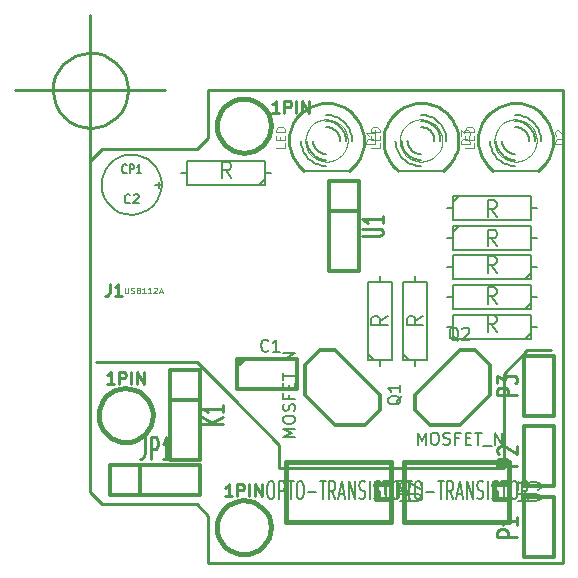
<source format=gto>
G04 (created by PCBNEW-RS274X (2011-nov-30)-testing) date Sun 23 Sep 2012 15:57:18 CEST*
%MOIN*%
G04 Gerber Fmt 3.4, Leading zero omitted, Abs format*
%FSLAX34Y34*%
G01*
G70*
G90*
G04 APERTURE LIST*
%ADD10C,0.006*%
%ADD11C,0.01*%
%ADD12C,0.012*%
%ADD13C,0.008*%
%ADD14C,0.003*%
%ADD15C,0.005*%
%ADD16C,0.015*%
%ADD17C,0.0099*%
%ADD18C,0.0049*%
%ADD19C,0.0106*%
%ADD20C,0.0107*%
%ADD21C,0.0035*%
%ADD22C,0.0075*%
G04 APERTURE END LIST*
G54D10*
G54D11*
X9449Y-14961D02*
X11023Y-16535D01*
X11024Y-17323D02*
X18504Y-17323D01*
X8268Y-13780D02*
X4921Y-13780D01*
X9449Y-14961D02*
X8268Y-13780D01*
X5974Y-4724D02*
X5950Y-4966D01*
X5879Y-5200D01*
X5765Y-5415D01*
X5610Y-5604D01*
X5422Y-5760D01*
X5208Y-5876D01*
X4975Y-5948D01*
X4732Y-5973D01*
X4490Y-5951D01*
X4256Y-5882D01*
X4040Y-5769D01*
X3850Y-5617D01*
X3693Y-5430D01*
X3576Y-5216D01*
X3502Y-4983D01*
X3475Y-4741D01*
X3495Y-4499D01*
X3562Y-4264D01*
X3674Y-4047D01*
X3825Y-3856D01*
X4011Y-3698D01*
X4224Y-3579D01*
X4456Y-3504D01*
X4698Y-3475D01*
X4941Y-3493D01*
X5176Y-3559D01*
X5393Y-3669D01*
X5586Y-3819D01*
X5745Y-4004D01*
X5865Y-4216D01*
X5942Y-4448D01*
X5973Y-4690D01*
X5974Y-4724D01*
X2224Y-4724D02*
X7224Y-4724D01*
X4724Y-2224D02*
X4724Y-7224D01*
X5974Y-4724D02*
X5950Y-4966D01*
X5879Y-5200D01*
X5765Y-5415D01*
X5610Y-5604D01*
X5422Y-5760D01*
X5208Y-5876D01*
X4975Y-5948D01*
X4732Y-5973D01*
X4490Y-5951D01*
X4256Y-5882D01*
X4040Y-5769D01*
X3850Y-5617D01*
X3693Y-5430D01*
X3576Y-5216D01*
X3502Y-4983D01*
X3475Y-4741D01*
X3495Y-4499D01*
X3562Y-4264D01*
X3674Y-4047D01*
X3825Y-3856D01*
X4011Y-3698D01*
X4224Y-3579D01*
X4456Y-3504D01*
X4698Y-3475D01*
X4941Y-3493D01*
X5176Y-3559D01*
X5393Y-3669D01*
X5586Y-3819D01*
X5745Y-4004D01*
X5865Y-4216D01*
X5942Y-4448D01*
X5973Y-4690D01*
X5974Y-4724D01*
X2224Y-4724D02*
X7224Y-4724D01*
X4724Y-2224D02*
X4724Y-7224D01*
X19291Y-13386D02*
X20079Y-13386D01*
X18504Y-14173D02*
X19291Y-13386D01*
X18504Y-17323D02*
X18504Y-14173D01*
X11023Y-16535D02*
X11023Y-17323D01*
X4724Y-18111D02*
X4724Y-7087D01*
X5118Y-18505D02*
X4724Y-18111D01*
X8268Y-18505D02*
X5118Y-18505D01*
X8661Y-18898D02*
X8268Y-18505D01*
X8661Y-20472D02*
X8661Y-18898D01*
X20472Y-20472D02*
X8661Y-20472D01*
X20472Y-4724D02*
X20472Y-20472D01*
X8661Y-4724D02*
X20472Y-4724D01*
X8661Y-6300D02*
X8661Y-4724D01*
X8268Y-6693D02*
X8661Y-6300D01*
X5118Y-6693D02*
X8268Y-6693D01*
X4724Y-7087D02*
X5118Y-6693D01*
G54D12*
X7374Y-14051D02*
X8374Y-14051D01*
X8374Y-14051D02*
X8374Y-17051D01*
X8374Y-17051D02*
X7374Y-17051D01*
X7374Y-17051D02*
X7374Y-14051D01*
X8374Y-15051D02*
X7374Y-15051D01*
X12689Y-7752D02*
X13689Y-7752D01*
X13689Y-7752D02*
X13689Y-10752D01*
X13689Y-10752D02*
X12689Y-10752D01*
X12689Y-10752D02*
X12689Y-7752D01*
X13689Y-8752D02*
X12689Y-8752D01*
X20185Y-15567D02*
X19185Y-15567D01*
X19185Y-15567D02*
X19185Y-13567D01*
X19185Y-13567D02*
X20185Y-13567D01*
X20185Y-13567D02*
X20185Y-15567D01*
X20185Y-17929D02*
X19185Y-17929D01*
X19185Y-17929D02*
X19185Y-15929D01*
X19185Y-15929D02*
X20185Y-15929D01*
X20185Y-15929D02*
X20185Y-17929D01*
X20185Y-20291D02*
X19185Y-20291D01*
X19185Y-20291D02*
X19185Y-18291D01*
X19185Y-18291D02*
X20185Y-18291D01*
X20185Y-18291D02*
X20185Y-20291D01*
G54D13*
X16610Y-8661D02*
X16810Y-8661D01*
X19610Y-8661D02*
X19410Y-8661D01*
X19410Y-8661D02*
X19410Y-8261D01*
X19410Y-8261D02*
X16810Y-8261D01*
X16810Y-8261D02*
X16810Y-9061D01*
X16810Y-9061D02*
X19410Y-9061D01*
X19410Y-9061D02*
X19410Y-8661D01*
X16810Y-8461D02*
X17010Y-8261D01*
X19610Y-12598D02*
X19410Y-12598D01*
X16610Y-12598D02*
X16810Y-12598D01*
X16810Y-12598D02*
X16810Y-12998D01*
X16810Y-12998D02*
X19410Y-12998D01*
X19410Y-12998D02*
X19410Y-12198D01*
X19410Y-12198D02*
X16810Y-12198D01*
X16810Y-12198D02*
X16810Y-12598D01*
X19410Y-12798D02*
X19210Y-12998D01*
X19610Y-11614D02*
X19410Y-11614D01*
X16610Y-11614D02*
X16810Y-11614D01*
X16810Y-11614D02*
X16810Y-12014D01*
X16810Y-12014D02*
X19410Y-12014D01*
X19410Y-12014D02*
X19410Y-11214D01*
X19410Y-11214D02*
X16810Y-11214D01*
X16810Y-11214D02*
X16810Y-11614D01*
X19410Y-11814D02*
X19210Y-12014D01*
X19610Y-10630D02*
X19410Y-10630D01*
X16610Y-10630D02*
X16810Y-10630D01*
X16810Y-10630D02*
X16810Y-11030D01*
X16810Y-11030D02*
X19410Y-11030D01*
X19410Y-11030D02*
X19410Y-10230D01*
X19410Y-10230D02*
X16810Y-10230D01*
X16810Y-10230D02*
X16810Y-10630D01*
X19410Y-10830D02*
X19210Y-11030D01*
X10752Y-7480D02*
X10552Y-7480D01*
X7752Y-7480D02*
X7952Y-7480D01*
X7952Y-7480D02*
X7952Y-7880D01*
X7952Y-7880D02*
X10552Y-7880D01*
X10552Y-7880D02*
X10552Y-7080D01*
X10552Y-7080D02*
X7952Y-7080D01*
X7952Y-7080D02*
X7952Y-7480D01*
X10552Y-7680D02*
X10352Y-7880D01*
X16610Y-9646D02*
X16810Y-9646D01*
X19610Y-9646D02*
X19410Y-9646D01*
X19410Y-9646D02*
X19410Y-9246D01*
X19410Y-9246D02*
X16810Y-9246D01*
X16810Y-9246D02*
X16810Y-10046D01*
X16810Y-10046D02*
X19410Y-10046D01*
X19410Y-10046D02*
X19410Y-9646D01*
X16810Y-9446D02*
X17010Y-9246D01*
X14370Y-13902D02*
X14370Y-13702D01*
X14370Y-10902D02*
X14370Y-11102D01*
X14370Y-11102D02*
X13970Y-11102D01*
X13970Y-11102D02*
X13970Y-13702D01*
X13970Y-13702D02*
X14770Y-13702D01*
X14770Y-13702D02*
X14770Y-11102D01*
X14770Y-11102D02*
X14370Y-11102D01*
X14170Y-13702D02*
X13970Y-13502D01*
X15551Y-13902D02*
X15551Y-13702D01*
X15551Y-10902D02*
X15551Y-11102D01*
X15551Y-11102D02*
X15151Y-11102D01*
X15151Y-11102D02*
X15151Y-13702D01*
X15151Y-13702D02*
X15951Y-13702D01*
X15951Y-13702D02*
X15951Y-11102D01*
X15951Y-11102D02*
X15551Y-11102D01*
X15351Y-13702D02*
X15151Y-13502D01*
X11848Y-7419D02*
X13348Y-7419D01*
G54D14*
X13305Y-6399D02*
X13291Y-6536D01*
X13251Y-6668D01*
X13186Y-6790D01*
X13099Y-6897D01*
X12993Y-6985D01*
X12871Y-7050D01*
X12740Y-7091D01*
X12602Y-7105D01*
X12466Y-7093D01*
X12334Y-7054D01*
X12211Y-6990D01*
X12104Y-6904D01*
X12015Y-6798D01*
X11949Y-6677D01*
X11907Y-6545D01*
X11892Y-6408D01*
X11903Y-6272D01*
X11941Y-6139D01*
X12004Y-6017D01*
X12090Y-5908D01*
X12195Y-5819D01*
X12315Y-5752D01*
X12447Y-5709D01*
X12584Y-5693D01*
X12720Y-5703D01*
X12853Y-5740D01*
X12976Y-5803D01*
X13085Y-5888D01*
X13175Y-5992D01*
X13243Y-6112D01*
X13287Y-6243D01*
X13304Y-6380D01*
X13305Y-6399D01*
G54D11*
X13348Y-7398D02*
X13432Y-7329D01*
X13510Y-7253D01*
X13581Y-7170D01*
X13645Y-7081D01*
X13700Y-6987D01*
X13747Y-6889D01*
X13786Y-6787D01*
X13815Y-6682D01*
X13835Y-6575D01*
X13846Y-6466D01*
X13847Y-6358D01*
X13838Y-6249D01*
X13821Y-6142D01*
X13794Y-6036D01*
X13757Y-5933D01*
X13712Y-5834D01*
X13659Y-5739D01*
X13597Y-5649D01*
X13528Y-5565D01*
X13452Y-5487D01*
X13369Y-5416D01*
X13280Y-5352D01*
X13186Y-5297D01*
X13088Y-5250D01*
X12986Y-5211D01*
X12881Y-5182D01*
X12774Y-5162D01*
X12665Y-5151D01*
X12557Y-5150D01*
X12448Y-5159D01*
X12341Y-5176D01*
X12235Y-5203D01*
X12132Y-5240D01*
X12033Y-5285D01*
X11938Y-5338D01*
X11848Y-5400D01*
X11764Y-5469D01*
X11686Y-5545D01*
X11615Y-5628D01*
X11551Y-5717D01*
X11496Y-5811D01*
X11449Y-5909D01*
X11410Y-6011D01*
X11381Y-6116D01*
X11361Y-6223D01*
X11350Y-6332D01*
X11349Y-6440D01*
X11358Y-6549D01*
X11375Y-6656D01*
X11402Y-6762D01*
X11439Y-6865D01*
X11484Y-6964D01*
X11537Y-7059D01*
X11599Y-7149D01*
X11668Y-7233D01*
X11744Y-7311D01*
X11827Y-7382D01*
X11848Y-7398D01*
G54D10*
X13048Y-6399D02*
X13046Y-6360D01*
X13041Y-6321D01*
X13032Y-6283D01*
X13020Y-6246D01*
X13005Y-6209D01*
X12987Y-6175D01*
X12966Y-6141D01*
X12942Y-6110D01*
X12916Y-6081D01*
X12887Y-6055D01*
X12856Y-6031D01*
X12823Y-6010D01*
X12788Y-5992D01*
X12751Y-5977D01*
X12714Y-5965D01*
X12676Y-5956D01*
X12637Y-5951D01*
X12598Y-5949D01*
X12148Y-6399D02*
X12150Y-6438D01*
X12155Y-6477D01*
X12164Y-6515D01*
X12176Y-6552D01*
X12191Y-6589D01*
X12209Y-6623D01*
X12230Y-6657D01*
X12254Y-6688D01*
X12280Y-6717D01*
X12309Y-6743D01*
X12340Y-6767D01*
X12374Y-6788D01*
X12408Y-6806D01*
X12445Y-6821D01*
X12482Y-6833D01*
X12520Y-6842D01*
X12559Y-6847D01*
X12598Y-6849D01*
X13248Y-6399D02*
X13245Y-6343D01*
X13238Y-6287D01*
X13225Y-6231D01*
X13208Y-6177D01*
X13187Y-6125D01*
X13160Y-6075D01*
X13130Y-6027D01*
X13095Y-5982D01*
X13057Y-5940D01*
X13015Y-5902D01*
X12970Y-5867D01*
X12923Y-5837D01*
X12872Y-5810D01*
X12820Y-5789D01*
X12766Y-5772D01*
X12710Y-5759D01*
X12654Y-5752D01*
X12598Y-5749D01*
X11948Y-6399D02*
X11951Y-6455D01*
X11958Y-6511D01*
X11971Y-6567D01*
X11988Y-6621D01*
X12009Y-6673D01*
X12036Y-6723D01*
X12066Y-6771D01*
X12101Y-6816D01*
X12139Y-6858D01*
X12181Y-6896D01*
X12226Y-6931D01*
X12274Y-6961D01*
X12324Y-6988D01*
X12376Y-7009D01*
X12430Y-7026D01*
X12486Y-7039D01*
X12542Y-7046D01*
X12598Y-7049D01*
X13448Y-6399D02*
X13444Y-6325D01*
X13435Y-6252D01*
X13419Y-6180D01*
X13396Y-6109D01*
X13368Y-6040D01*
X13334Y-5975D01*
X13294Y-5912D01*
X13249Y-5853D01*
X13199Y-5798D01*
X13144Y-5748D01*
X13085Y-5703D01*
X13023Y-5663D01*
X12957Y-5629D01*
X12888Y-5601D01*
X12817Y-5578D01*
X12745Y-5562D01*
X12672Y-5553D01*
X12598Y-5549D01*
X11748Y-6399D02*
X11752Y-6473D01*
X11761Y-6546D01*
X11777Y-6618D01*
X11800Y-6689D01*
X11828Y-6758D01*
X11862Y-6823D01*
X11902Y-6886D01*
X11947Y-6945D01*
X11997Y-7000D01*
X12052Y-7050D01*
X12111Y-7095D01*
X12174Y-7135D01*
X12239Y-7169D01*
X12308Y-7197D01*
X12379Y-7220D01*
X12451Y-7236D01*
X12524Y-7245D01*
X12598Y-7249D01*
G54D13*
X18148Y-7419D02*
X19648Y-7419D01*
G54D14*
X19605Y-6399D02*
X19591Y-6536D01*
X19551Y-6668D01*
X19486Y-6790D01*
X19399Y-6897D01*
X19293Y-6985D01*
X19171Y-7050D01*
X19040Y-7091D01*
X18902Y-7105D01*
X18766Y-7093D01*
X18634Y-7054D01*
X18511Y-6990D01*
X18404Y-6904D01*
X18315Y-6798D01*
X18249Y-6677D01*
X18207Y-6545D01*
X18192Y-6408D01*
X18203Y-6272D01*
X18241Y-6139D01*
X18304Y-6017D01*
X18390Y-5908D01*
X18495Y-5819D01*
X18615Y-5752D01*
X18747Y-5709D01*
X18884Y-5693D01*
X19020Y-5703D01*
X19153Y-5740D01*
X19276Y-5803D01*
X19385Y-5888D01*
X19475Y-5992D01*
X19543Y-6112D01*
X19587Y-6243D01*
X19604Y-6380D01*
X19605Y-6399D01*
G54D11*
X19648Y-7398D02*
X19732Y-7329D01*
X19810Y-7253D01*
X19881Y-7170D01*
X19945Y-7081D01*
X20000Y-6987D01*
X20047Y-6889D01*
X20086Y-6787D01*
X20115Y-6682D01*
X20135Y-6575D01*
X20146Y-6466D01*
X20147Y-6358D01*
X20138Y-6249D01*
X20121Y-6142D01*
X20094Y-6036D01*
X20057Y-5933D01*
X20012Y-5834D01*
X19959Y-5739D01*
X19897Y-5649D01*
X19828Y-5565D01*
X19752Y-5487D01*
X19669Y-5416D01*
X19580Y-5352D01*
X19486Y-5297D01*
X19388Y-5250D01*
X19286Y-5211D01*
X19181Y-5182D01*
X19074Y-5162D01*
X18965Y-5151D01*
X18857Y-5150D01*
X18748Y-5159D01*
X18641Y-5176D01*
X18535Y-5203D01*
X18432Y-5240D01*
X18333Y-5285D01*
X18238Y-5338D01*
X18148Y-5400D01*
X18064Y-5469D01*
X17986Y-5545D01*
X17915Y-5628D01*
X17851Y-5717D01*
X17796Y-5811D01*
X17749Y-5909D01*
X17710Y-6011D01*
X17681Y-6116D01*
X17661Y-6223D01*
X17650Y-6332D01*
X17649Y-6440D01*
X17658Y-6549D01*
X17675Y-6656D01*
X17702Y-6762D01*
X17739Y-6865D01*
X17784Y-6964D01*
X17837Y-7059D01*
X17899Y-7149D01*
X17968Y-7233D01*
X18044Y-7311D01*
X18127Y-7382D01*
X18148Y-7398D01*
G54D10*
X19348Y-6399D02*
X19346Y-6360D01*
X19341Y-6321D01*
X19332Y-6283D01*
X19320Y-6246D01*
X19305Y-6209D01*
X19287Y-6175D01*
X19266Y-6141D01*
X19242Y-6110D01*
X19216Y-6081D01*
X19187Y-6055D01*
X19156Y-6031D01*
X19123Y-6010D01*
X19088Y-5992D01*
X19051Y-5977D01*
X19014Y-5965D01*
X18976Y-5956D01*
X18937Y-5951D01*
X18898Y-5949D01*
X18448Y-6399D02*
X18450Y-6438D01*
X18455Y-6477D01*
X18464Y-6515D01*
X18476Y-6552D01*
X18491Y-6589D01*
X18509Y-6623D01*
X18530Y-6657D01*
X18554Y-6688D01*
X18580Y-6717D01*
X18609Y-6743D01*
X18640Y-6767D01*
X18674Y-6788D01*
X18708Y-6806D01*
X18745Y-6821D01*
X18782Y-6833D01*
X18820Y-6842D01*
X18859Y-6847D01*
X18898Y-6849D01*
X19548Y-6399D02*
X19545Y-6343D01*
X19538Y-6287D01*
X19525Y-6231D01*
X19508Y-6177D01*
X19487Y-6125D01*
X19460Y-6075D01*
X19430Y-6027D01*
X19395Y-5982D01*
X19357Y-5940D01*
X19315Y-5902D01*
X19270Y-5867D01*
X19223Y-5837D01*
X19172Y-5810D01*
X19120Y-5789D01*
X19066Y-5772D01*
X19010Y-5759D01*
X18954Y-5752D01*
X18898Y-5749D01*
X18248Y-6399D02*
X18251Y-6455D01*
X18258Y-6511D01*
X18271Y-6567D01*
X18288Y-6621D01*
X18309Y-6673D01*
X18336Y-6723D01*
X18366Y-6771D01*
X18401Y-6816D01*
X18439Y-6858D01*
X18481Y-6896D01*
X18526Y-6931D01*
X18574Y-6961D01*
X18624Y-6988D01*
X18676Y-7009D01*
X18730Y-7026D01*
X18786Y-7039D01*
X18842Y-7046D01*
X18898Y-7049D01*
X19748Y-6399D02*
X19744Y-6325D01*
X19735Y-6252D01*
X19719Y-6180D01*
X19696Y-6109D01*
X19668Y-6040D01*
X19634Y-5975D01*
X19594Y-5912D01*
X19549Y-5853D01*
X19499Y-5798D01*
X19444Y-5748D01*
X19385Y-5703D01*
X19323Y-5663D01*
X19257Y-5629D01*
X19188Y-5601D01*
X19117Y-5578D01*
X19045Y-5562D01*
X18972Y-5553D01*
X18898Y-5549D01*
X18048Y-6399D02*
X18052Y-6473D01*
X18061Y-6546D01*
X18077Y-6618D01*
X18100Y-6689D01*
X18128Y-6758D01*
X18162Y-6823D01*
X18202Y-6886D01*
X18247Y-6945D01*
X18297Y-7000D01*
X18352Y-7050D01*
X18411Y-7095D01*
X18474Y-7135D01*
X18539Y-7169D01*
X18608Y-7197D01*
X18679Y-7220D01*
X18751Y-7236D01*
X18824Y-7245D01*
X18898Y-7249D01*
G54D13*
X14998Y-7419D02*
X16498Y-7419D01*
G54D14*
X16455Y-6399D02*
X16441Y-6536D01*
X16401Y-6668D01*
X16336Y-6790D01*
X16249Y-6897D01*
X16143Y-6985D01*
X16021Y-7050D01*
X15890Y-7091D01*
X15752Y-7105D01*
X15616Y-7093D01*
X15484Y-7054D01*
X15361Y-6990D01*
X15254Y-6904D01*
X15165Y-6798D01*
X15099Y-6677D01*
X15057Y-6545D01*
X15042Y-6408D01*
X15053Y-6272D01*
X15091Y-6139D01*
X15154Y-6017D01*
X15240Y-5908D01*
X15345Y-5819D01*
X15465Y-5752D01*
X15597Y-5709D01*
X15734Y-5693D01*
X15870Y-5703D01*
X16003Y-5740D01*
X16126Y-5803D01*
X16235Y-5888D01*
X16325Y-5992D01*
X16393Y-6112D01*
X16437Y-6243D01*
X16454Y-6380D01*
X16455Y-6399D01*
G54D11*
X16498Y-7398D02*
X16582Y-7329D01*
X16660Y-7253D01*
X16731Y-7170D01*
X16795Y-7081D01*
X16850Y-6987D01*
X16897Y-6889D01*
X16936Y-6787D01*
X16965Y-6682D01*
X16985Y-6575D01*
X16996Y-6466D01*
X16997Y-6358D01*
X16988Y-6249D01*
X16971Y-6142D01*
X16944Y-6036D01*
X16907Y-5933D01*
X16862Y-5834D01*
X16809Y-5739D01*
X16747Y-5649D01*
X16678Y-5565D01*
X16602Y-5487D01*
X16519Y-5416D01*
X16430Y-5352D01*
X16336Y-5297D01*
X16238Y-5250D01*
X16136Y-5211D01*
X16031Y-5182D01*
X15924Y-5162D01*
X15815Y-5151D01*
X15707Y-5150D01*
X15598Y-5159D01*
X15491Y-5176D01*
X15385Y-5203D01*
X15282Y-5240D01*
X15183Y-5285D01*
X15088Y-5338D01*
X14998Y-5400D01*
X14914Y-5469D01*
X14836Y-5545D01*
X14765Y-5628D01*
X14701Y-5717D01*
X14646Y-5811D01*
X14599Y-5909D01*
X14560Y-6011D01*
X14531Y-6116D01*
X14511Y-6223D01*
X14500Y-6332D01*
X14499Y-6440D01*
X14508Y-6549D01*
X14525Y-6656D01*
X14552Y-6762D01*
X14589Y-6865D01*
X14634Y-6964D01*
X14687Y-7059D01*
X14749Y-7149D01*
X14818Y-7233D01*
X14894Y-7311D01*
X14977Y-7382D01*
X14998Y-7398D01*
G54D10*
X16198Y-6399D02*
X16196Y-6360D01*
X16191Y-6321D01*
X16182Y-6283D01*
X16170Y-6246D01*
X16155Y-6209D01*
X16137Y-6175D01*
X16116Y-6141D01*
X16092Y-6110D01*
X16066Y-6081D01*
X16037Y-6055D01*
X16006Y-6031D01*
X15973Y-6010D01*
X15938Y-5992D01*
X15901Y-5977D01*
X15864Y-5965D01*
X15826Y-5956D01*
X15787Y-5951D01*
X15748Y-5949D01*
X15298Y-6399D02*
X15300Y-6438D01*
X15305Y-6477D01*
X15314Y-6515D01*
X15326Y-6552D01*
X15341Y-6589D01*
X15359Y-6623D01*
X15380Y-6657D01*
X15404Y-6688D01*
X15430Y-6717D01*
X15459Y-6743D01*
X15490Y-6767D01*
X15524Y-6788D01*
X15558Y-6806D01*
X15595Y-6821D01*
X15632Y-6833D01*
X15670Y-6842D01*
X15709Y-6847D01*
X15748Y-6849D01*
X16398Y-6399D02*
X16395Y-6343D01*
X16388Y-6287D01*
X16375Y-6231D01*
X16358Y-6177D01*
X16337Y-6125D01*
X16310Y-6075D01*
X16280Y-6027D01*
X16245Y-5982D01*
X16207Y-5940D01*
X16165Y-5902D01*
X16120Y-5867D01*
X16073Y-5837D01*
X16022Y-5810D01*
X15970Y-5789D01*
X15916Y-5772D01*
X15860Y-5759D01*
X15804Y-5752D01*
X15748Y-5749D01*
X15098Y-6399D02*
X15101Y-6455D01*
X15108Y-6511D01*
X15121Y-6567D01*
X15138Y-6621D01*
X15159Y-6673D01*
X15186Y-6723D01*
X15216Y-6771D01*
X15251Y-6816D01*
X15289Y-6858D01*
X15331Y-6896D01*
X15376Y-6931D01*
X15424Y-6961D01*
X15474Y-6988D01*
X15526Y-7009D01*
X15580Y-7026D01*
X15636Y-7039D01*
X15692Y-7046D01*
X15748Y-7049D01*
X16598Y-6399D02*
X16594Y-6325D01*
X16585Y-6252D01*
X16569Y-6180D01*
X16546Y-6109D01*
X16518Y-6040D01*
X16484Y-5975D01*
X16444Y-5912D01*
X16399Y-5853D01*
X16349Y-5798D01*
X16294Y-5748D01*
X16235Y-5703D01*
X16173Y-5663D01*
X16107Y-5629D01*
X16038Y-5601D01*
X15967Y-5578D01*
X15895Y-5562D01*
X15822Y-5553D01*
X15748Y-5549D01*
X14898Y-6399D02*
X14902Y-6473D01*
X14911Y-6546D01*
X14927Y-6618D01*
X14950Y-6689D01*
X14978Y-6758D01*
X15012Y-6823D01*
X15052Y-6886D01*
X15097Y-6945D01*
X15147Y-7000D01*
X15202Y-7050D01*
X15261Y-7095D01*
X15324Y-7135D01*
X15389Y-7169D01*
X15458Y-7197D01*
X15529Y-7220D01*
X15601Y-7236D01*
X15674Y-7245D01*
X15748Y-7249D01*
G54D15*
X7103Y-7874D02*
X7083Y-8068D01*
X7027Y-8255D01*
X6935Y-8427D01*
X6812Y-8579D01*
X6661Y-8703D01*
X6489Y-8796D01*
X6303Y-8854D01*
X6108Y-8874D01*
X5915Y-8857D01*
X5728Y-8802D01*
X5554Y-8711D01*
X5402Y-8589D01*
X5277Y-8439D01*
X5182Y-8268D01*
X5123Y-8082D01*
X5102Y-7887D01*
X5118Y-7694D01*
X5172Y-7506D01*
X5261Y-7332D01*
X5382Y-7179D01*
X5531Y-7053D01*
X5702Y-6957D01*
X5888Y-6897D01*
X6082Y-6874D01*
X6275Y-6889D01*
X6463Y-6941D01*
X6638Y-7029D01*
X6792Y-7150D01*
X6919Y-7297D01*
X7016Y-7467D01*
X7078Y-7653D01*
X7102Y-7847D01*
X7103Y-7874D01*
G54D12*
X9650Y-13673D02*
X11630Y-13673D01*
X11630Y-13673D02*
X11630Y-14673D01*
X11630Y-14673D02*
X9630Y-14673D01*
X9630Y-14673D02*
X9630Y-13673D01*
X9630Y-13923D02*
X9880Y-13673D01*
X14386Y-14870D02*
X12886Y-13370D01*
X12886Y-13370D02*
X12386Y-13370D01*
X12386Y-13370D02*
X11886Y-13870D01*
X11886Y-13870D02*
X11886Y-14870D01*
X11886Y-14870D02*
X12886Y-15870D01*
X12886Y-15870D02*
X13886Y-15870D01*
X13886Y-15870D02*
X14386Y-15370D01*
X14386Y-15370D02*
X14386Y-14870D01*
X17035Y-13370D02*
X15535Y-14870D01*
X15535Y-14870D02*
X15535Y-15370D01*
X15535Y-15370D02*
X16035Y-15870D01*
X16035Y-15870D02*
X17035Y-15870D01*
X17035Y-15870D02*
X18035Y-14870D01*
X18035Y-14870D02*
X18035Y-13870D01*
X18035Y-13870D02*
X17535Y-13370D01*
X17535Y-13370D02*
X17035Y-13370D01*
G54D16*
X10743Y-19291D02*
X10725Y-19465D01*
X10675Y-19633D01*
X10592Y-19789D01*
X10481Y-19925D01*
X10346Y-20037D01*
X10191Y-20120D01*
X10023Y-20172D01*
X9849Y-20190D01*
X9675Y-20175D01*
X9506Y-20125D01*
X9351Y-20044D01*
X9214Y-19934D01*
X9101Y-19799D01*
X9016Y-19645D01*
X8963Y-19478D01*
X8944Y-19303D01*
X8958Y-19129D01*
X9007Y-18960D01*
X9087Y-18804D01*
X9196Y-18666D01*
X9330Y-18552D01*
X9483Y-18467D01*
X9650Y-18412D01*
X9825Y-18392D01*
X9999Y-18405D01*
X10168Y-18452D01*
X10325Y-18532D01*
X10463Y-18640D01*
X10578Y-18773D01*
X10665Y-18925D01*
X10720Y-19092D01*
X10742Y-19266D01*
X10743Y-19291D01*
X10743Y-5906D02*
X10725Y-6080D01*
X10675Y-6248D01*
X10592Y-6404D01*
X10481Y-6540D01*
X10346Y-6652D01*
X10191Y-6735D01*
X10023Y-6787D01*
X9849Y-6805D01*
X9675Y-6790D01*
X9506Y-6740D01*
X9351Y-6659D01*
X9214Y-6549D01*
X9101Y-6414D01*
X9016Y-6260D01*
X8963Y-6093D01*
X8944Y-5918D01*
X8958Y-5744D01*
X9007Y-5575D01*
X9087Y-5419D01*
X9196Y-5281D01*
X9330Y-5167D01*
X9483Y-5082D01*
X9650Y-5027D01*
X9825Y-5007D01*
X9999Y-5020D01*
X10168Y-5067D01*
X10325Y-5147D01*
X10463Y-5255D01*
X10578Y-5388D01*
X10665Y-5540D01*
X10720Y-5707D01*
X10742Y-5881D01*
X10743Y-5906D01*
X6806Y-15551D02*
X6788Y-15725D01*
X6738Y-15893D01*
X6655Y-16049D01*
X6544Y-16185D01*
X6409Y-16297D01*
X6254Y-16380D01*
X6086Y-16432D01*
X5912Y-16450D01*
X5738Y-16435D01*
X5569Y-16385D01*
X5414Y-16304D01*
X5277Y-16194D01*
X5164Y-16059D01*
X5079Y-15905D01*
X5026Y-15738D01*
X5007Y-15563D01*
X5021Y-15389D01*
X5070Y-15220D01*
X5150Y-15064D01*
X5259Y-14926D01*
X5393Y-14812D01*
X5546Y-14727D01*
X5713Y-14672D01*
X5888Y-14652D01*
X6062Y-14665D01*
X6231Y-14712D01*
X6388Y-14792D01*
X6526Y-14900D01*
X6641Y-15033D01*
X6728Y-15185D01*
X6783Y-15352D01*
X6805Y-15526D01*
X6806Y-15551D01*
G54D12*
X5390Y-18217D02*
X5390Y-17217D01*
X5390Y-17217D02*
X8390Y-17217D01*
X8390Y-17217D02*
X8390Y-18217D01*
X8390Y-18217D02*
X5390Y-18217D01*
X6390Y-17217D02*
X6390Y-18217D01*
G54D16*
X14742Y-19110D02*
X11242Y-19110D01*
X11242Y-19110D02*
X11242Y-17110D01*
X11242Y-17110D02*
X14742Y-17110D01*
X14742Y-17110D02*
X14742Y-19110D01*
X14742Y-18360D02*
X14242Y-18360D01*
X14242Y-18360D02*
X14242Y-17860D01*
X14242Y-17860D02*
X14742Y-17860D01*
X18679Y-19110D02*
X15179Y-19110D01*
X15179Y-19110D02*
X15179Y-17110D01*
X15179Y-17110D02*
X18679Y-17110D01*
X18679Y-17110D02*
X18679Y-19110D01*
X18679Y-18360D02*
X18179Y-18360D01*
X18179Y-18360D02*
X18179Y-17860D01*
X18179Y-17860D02*
X18679Y-17860D01*
G54D17*
X5381Y-11182D02*
X5381Y-11464D01*
X5363Y-11520D01*
X5325Y-11558D01*
X5269Y-11576D01*
X5231Y-11576D01*
X5775Y-11576D02*
X5550Y-11576D01*
X5663Y-11576D02*
X5663Y-11182D01*
X5625Y-11239D01*
X5588Y-11276D01*
X5550Y-11295D01*
G54D18*
X5885Y-11300D02*
X5885Y-11459D01*
X5894Y-11478D01*
X5903Y-11487D01*
X5922Y-11496D01*
X5959Y-11496D01*
X5978Y-11487D01*
X5987Y-11478D01*
X5997Y-11459D01*
X5997Y-11300D01*
X6080Y-11487D02*
X6108Y-11496D01*
X6155Y-11496D01*
X6174Y-11487D01*
X6183Y-11478D01*
X6192Y-11459D01*
X6192Y-11440D01*
X6183Y-11422D01*
X6174Y-11412D01*
X6155Y-11403D01*
X6118Y-11394D01*
X6099Y-11384D01*
X6090Y-11375D01*
X6080Y-11356D01*
X6080Y-11338D01*
X6090Y-11319D01*
X6099Y-11310D01*
X6118Y-11300D01*
X6164Y-11300D01*
X6192Y-11310D01*
X6342Y-11394D02*
X6370Y-11403D01*
X6379Y-11412D01*
X6389Y-11431D01*
X6389Y-11459D01*
X6379Y-11478D01*
X6370Y-11487D01*
X6351Y-11496D01*
X6277Y-11496D01*
X6277Y-11300D01*
X6342Y-11300D01*
X6361Y-11310D01*
X6370Y-11319D01*
X6379Y-11338D01*
X6379Y-11356D01*
X6370Y-11375D01*
X6361Y-11384D01*
X6342Y-11394D01*
X6277Y-11394D01*
X6575Y-11496D02*
X6463Y-11496D01*
X6519Y-11496D02*
X6519Y-11300D01*
X6501Y-11328D01*
X6482Y-11347D01*
X6463Y-11356D01*
X6762Y-11496D02*
X6650Y-11496D01*
X6706Y-11496D02*
X6706Y-11300D01*
X6688Y-11328D01*
X6669Y-11347D01*
X6650Y-11356D01*
X6837Y-11319D02*
X6847Y-11310D01*
X6865Y-11300D01*
X6912Y-11300D01*
X6931Y-11310D01*
X6940Y-11319D01*
X6949Y-11338D01*
X6949Y-11356D01*
X6940Y-11384D01*
X6828Y-11496D01*
X6949Y-11496D01*
X7024Y-11440D02*
X7118Y-11440D01*
X7006Y-11496D02*
X7071Y-11300D01*
X7136Y-11496D01*
G54D19*
X9159Y-15864D02*
X8454Y-15864D01*
X9159Y-15622D02*
X8756Y-15803D01*
X8454Y-15622D02*
X8857Y-15864D01*
X9159Y-15218D02*
X9159Y-15460D01*
X9159Y-15339D02*
X8454Y-15339D01*
X8555Y-15379D01*
X8622Y-15420D01*
X8655Y-15460D01*
X13769Y-9575D02*
X14340Y-9575D01*
X14407Y-9555D01*
X14440Y-9535D01*
X14474Y-9494D01*
X14474Y-9414D01*
X14440Y-9373D01*
X14407Y-9353D01*
X14340Y-9333D01*
X13769Y-9333D01*
X14474Y-8909D02*
X14474Y-9151D01*
X14474Y-9030D02*
X13769Y-9030D01*
X13870Y-9070D01*
X13937Y-9111D01*
X13970Y-9151D01*
G54D20*
X18960Y-14883D02*
X18279Y-14883D01*
X18279Y-14720D01*
X18312Y-14679D01*
X18344Y-14659D01*
X18409Y-14639D01*
X18506Y-14639D01*
X18571Y-14659D01*
X18603Y-14679D01*
X18636Y-14720D01*
X18636Y-14883D01*
X18279Y-14496D02*
X18279Y-14231D01*
X18539Y-14374D01*
X18539Y-14312D01*
X18571Y-14272D01*
X18603Y-14251D01*
X18668Y-14231D01*
X18830Y-14231D01*
X18895Y-14251D01*
X18928Y-14272D01*
X18960Y-14312D01*
X18960Y-14435D01*
X18928Y-14475D01*
X18895Y-14496D01*
X18960Y-17245D02*
X18279Y-17245D01*
X18279Y-17082D01*
X18312Y-17041D01*
X18344Y-17021D01*
X18409Y-17001D01*
X18506Y-17001D01*
X18571Y-17021D01*
X18603Y-17041D01*
X18636Y-17082D01*
X18636Y-17245D01*
X18344Y-16837D02*
X18312Y-16817D01*
X18279Y-16776D01*
X18279Y-16674D01*
X18312Y-16634D01*
X18344Y-16613D01*
X18409Y-16593D01*
X18474Y-16593D01*
X18571Y-16613D01*
X18960Y-16858D01*
X18960Y-16593D01*
X18960Y-19607D02*
X18279Y-19607D01*
X18279Y-19444D01*
X18312Y-19403D01*
X18344Y-19383D01*
X18409Y-19363D01*
X18506Y-19363D01*
X18571Y-19383D01*
X18603Y-19403D01*
X18636Y-19444D01*
X18636Y-19607D01*
X18960Y-18955D02*
X18960Y-19199D01*
X18960Y-19077D02*
X18279Y-19077D01*
X18376Y-19118D01*
X18441Y-19159D01*
X18474Y-19199D01*
G54D13*
X18265Y-8934D02*
X18098Y-8672D01*
X17979Y-8934D02*
X17979Y-8384D01*
X18170Y-8384D01*
X18217Y-8410D01*
X18241Y-8436D01*
X18265Y-8488D01*
X18265Y-8567D01*
X18241Y-8619D01*
X18217Y-8646D01*
X18170Y-8672D01*
X17979Y-8672D01*
X18265Y-12771D02*
X18098Y-12509D01*
X17979Y-12771D02*
X17979Y-12221D01*
X18170Y-12221D01*
X18217Y-12247D01*
X18241Y-12273D01*
X18265Y-12325D01*
X18265Y-12404D01*
X18241Y-12456D01*
X18217Y-12483D01*
X18170Y-12509D01*
X17979Y-12509D01*
X18265Y-11837D02*
X18098Y-11575D01*
X17979Y-11837D02*
X17979Y-11287D01*
X18170Y-11287D01*
X18217Y-11313D01*
X18241Y-11339D01*
X18265Y-11391D01*
X18265Y-11470D01*
X18241Y-11522D01*
X18217Y-11549D01*
X18170Y-11575D01*
X17979Y-11575D01*
X18265Y-10803D02*
X18098Y-10541D01*
X17979Y-10803D02*
X17979Y-10253D01*
X18170Y-10253D01*
X18217Y-10279D01*
X18241Y-10305D01*
X18265Y-10357D01*
X18265Y-10436D01*
X18241Y-10488D01*
X18217Y-10515D01*
X18170Y-10541D01*
X17979Y-10541D01*
X9407Y-7653D02*
X9240Y-7391D01*
X9121Y-7653D02*
X9121Y-7103D01*
X9312Y-7103D01*
X9359Y-7129D01*
X9383Y-7155D01*
X9407Y-7207D01*
X9407Y-7286D01*
X9383Y-7338D01*
X9359Y-7365D01*
X9312Y-7391D01*
X9121Y-7391D01*
X18265Y-9919D02*
X18098Y-9657D01*
X17979Y-9919D02*
X17979Y-9369D01*
X18170Y-9369D01*
X18217Y-9395D01*
X18241Y-9421D01*
X18265Y-9473D01*
X18265Y-9552D01*
X18241Y-9604D01*
X18217Y-9631D01*
X18170Y-9657D01*
X17979Y-9657D01*
X14643Y-12247D02*
X14381Y-12414D01*
X14643Y-12533D02*
X14093Y-12533D01*
X14093Y-12342D01*
X14119Y-12295D01*
X14145Y-12271D01*
X14197Y-12247D01*
X14276Y-12247D01*
X14328Y-12271D01*
X14355Y-12295D01*
X14381Y-12342D01*
X14381Y-12533D01*
X15824Y-12247D02*
X15562Y-12414D01*
X15824Y-12533D02*
X15274Y-12533D01*
X15274Y-12342D01*
X15300Y-12295D01*
X15326Y-12271D01*
X15378Y-12247D01*
X15457Y-12247D01*
X15509Y-12271D01*
X15536Y-12295D01*
X15562Y-12342D01*
X15562Y-12533D01*
G54D21*
X14219Y-6521D02*
X13919Y-6521D01*
X13919Y-6449D01*
X13934Y-6406D01*
X13962Y-6378D01*
X13991Y-6363D01*
X14048Y-6349D01*
X14091Y-6349D01*
X14148Y-6363D01*
X14177Y-6378D01*
X14205Y-6406D01*
X14219Y-6449D01*
X14219Y-6521D01*
X14219Y-6063D02*
X14219Y-6235D01*
X14219Y-6149D02*
X13919Y-6149D01*
X13962Y-6178D01*
X13991Y-6206D01*
X14005Y-6235D01*
X11219Y-6492D02*
X11219Y-6635D01*
X10919Y-6635D01*
X11062Y-6392D02*
X11062Y-6292D01*
X11219Y-6249D02*
X11219Y-6392D01*
X10919Y-6392D01*
X10919Y-6249D01*
X11219Y-6121D02*
X10919Y-6121D01*
X10919Y-6049D01*
X10934Y-6006D01*
X10962Y-5978D01*
X10991Y-5963D01*
X11048Y-5949D01*
X11091Y-5949D01*
X11148Y-5963D01*
X11177Y-5978D01*
X11205Y-6006D01*
X11219Y-6049D01*
X11219Y-6121D01*
X20519Y-6521D02*
X20219Y-6521D01*
X20219Y-6449D01*
X20234Y-6406D01*
X20262Y-6378D01*
X20291Y-6363D01*
X20348Y-6349D01*
X20391Y-6349D01*
X20448Y-6363D01*
X20477Y-6378D01*
X20505Y-6406D01*
X20519Y-6449D01*
X20519Y-6521D01*
X20248Y-6235D02*
X20234Y-6221D01*
X20219Y-6192D01*
X20219Y-6121D01*
X20234Y-6092D01*
X20248Y-6078D01*
X20277Y-6063D01*
X20305Y-6063D01*
X20348Y-6078D01*
X20519Y-6249D01*
X20519Y-6063D01*
X17519Y-6492D02*
X17519Y-6635D01*
X17219Y-6635D01*
X17362Y-6392D02*
X17362Y-6292D01*
X17519Y-6249D02*
X17519Y-6392D01*
X17219Y-6392D01*
X17219Y-6249D01*
X17519Y-6121D02*
X17219Y-6121D01*
X17219Y-6049D01*
X17234Y-6006D01*
X17262Y-5978D01*
X17291Y-5963D01*
X17348Y-5949D01*
X17391Y-5949D01*
X17448Y-5963D01*
X17477Y-5978D01*
X17505Y-6006D01*
X17519Y-6049D01*
X17519Y-6121D01*
X17369Y-6521D02*
X17069Y-6521D01*
X17069Y-6449D01*
X17084Y-6406D01*
X17112Y-6378D01*
X17141Y-6363D01*
X17198Y-6349D01*
X17241Y-6349D01*
X17298Y-6363D01*
X17327Y-6378D01*
X17355Y-6406D01*
X17369Y-6449D01*
X17369Y-6521D01*
X17069Y-6249D02*
X17069Y-6063D01*
X17184Y-6163D01*
X17184Y-6121D01*
X17198Y-6092D01*
X17212Y-6078D01*
X17241Y-6063D01*
X17312Y-6063D01*
X17341Y-6078D01*
X17355Y-6092D01*
X17369Y-6121D01*
X17369Y-6206D01*
X17355Y-6235D01*
X17341Y-6249D01*
X14369Y-6492D02*
X14369Y-6635D01*
X14069Y-6635D01*
X14212Y-6392D02*
X14212Y-6292D01*
X14369Y-6249D02*
X14369Y-6392D01*
X14069Y-6392D01*
X14069Y-6249D01*
X14369Y-6121D02*
X14069Y-6121D01*
X14069Y-6049D01*
X14084Y-6006D01*
X14112Y-5978D01*
X14141Y-5963D01*
X14198Y-5949D01*
X14241Y-5949D01*
X14298Y-5963D01*
X14327Y-5978D01*
X14355Y-6006D01*
X14369Y-6049D01*
X14369Y-6121D01*
G54D15*
X6052Y-8466D02*
X6038Y-8480D01*
X5995Y-8494D01*
X5966Y-8494D01*
X5923Y-8480D01*
X5895Y-8452D01*
X5880Y-8423D01*
X5866Y-8366D01*
X5866Y-8323D01*
X5880Y-8266D01*
X5895Y-8237D01*
X5923Y-8209D01*
X5966Y-8194D01*
X5995Y-8194D01*
X6038Y-8209D01*
X6052Y-8223D01*
X6166Y-8223D02*
X6180Y-8209D01*
X6209Y-8194D01*
X6280Y-8194D01*
X6309Y-8209D01*
X6323Y-8223D01*
X6338Y-8252D01*
X6338Y-8280D01*
X6323Y-8323D01*
X6152Y-8494D01*
X6338Y-8494D01*
X5935Y-7467D02*
X5923Y-7481D01*
X5888Y-7495D01*
X5864Y-7495D01*
X5828Y-7481D01*
X5804Y-7453D01*
X5793Y-7424D01*
X5781Y-7367D01*
X5781Y-7324D01*
X5793Y-7267D01*
X5804Y-7238D01*
X5828Y-7210D01*
X5864Y-7195D01*
X5888Y-7195D01*
X5923Y-7210D01*
X5935Y-7224D01*
X6043Y-7495D02*
X6043Y-7195D01*
X6138Y-7195D01*
X6162Y-7210D01*
X6173Y-7224D01*
X6185Y-7253D01*
X6185Y-7295D01*
X6173Y-7324D01*
X6162Y-7338D01*
X6138Y-7353D01*
X6043Y-7353D01*
X6423Y-7495D02*
X6281Y-7495D01*
X6352Y-7495D02*
X6352Y-7195D01*
X6328Y-7238D01*
X6304Y-7267D01*
X6281Y-7281D01*
G54D22*
X6888Y-7881D02*
X7117Y-7881D01*
X7003Y-7995D02*
X7003Y-7767D01*
G54D13*
X10664Y-13397D02*
X10645Y-13416D01*
X10588Y-13435D01*
X10550Y-13435D01*
X10492Y-13416D01*
X10454Y-13378D01*
X10435Y-13340D01*
X10416Y-13263D01*
X10416Y-13206D01*
X10435Y-13130D01*
X10454Y-13092D01*
X10492Y-13054D01*
X10550Y-13035D01*
X10588Y-13035D01*
X10645Y-13054D01*
X10664Y-13073D01*
X11045Y-13435D02*
X10816Y-13435D01*
X10930Y-13435D02*
X10930Y-13035D01*
X10892Y-13092D01*
X10854Y-13130D01*
X10816Y-13149D01*
X15086Y-14908D02*
X15067Y-14946D01*
X15029Y-14984D01*
X14972Y-15041D01*
X14953Y-15080D01*
X14953Y-15118D01*
X15048Y-15099D02*
X15029Y-15137D01*
X14991Y-15175D01*
X14915Y-15194D01*
X14781Y-15194D01*
X14705Y-15175D01*
X14667Y-15137D01*
X14648Y-15099D01*
X14648Y-15022D01*
X14667Y-14984D01*
X14705Y-14946D01*
X14781Y-14927D01*
X14915Y-14927D01*
X14991Y-14946D01*
X15029Y-14984D01*
X15048Y-15022D01*
X15048Y-15099D01*
X15048Y-14546D02*
X15048Y-14775D01*
X15048Y-14661D02*
X14648Y-14661D01*
X14705Y-14699D01*
X14743Y-14737D01*
X14762Y-14775D01*
X11548Y-16270D02*
X11148Y-16270D01*
X11434Y-16136D01*
X11148Y-16003D01*
X11548Y-16003D01*
X11148Y-15737D02*
X11148Y-15660D01*
X11167Y-15622D01*
X11205Y-15584D01*
X11281Y-15565D01*
X11415Y-15565D01*
X11491Y-15584D01*
X11529Y-15622D01*
X11548Y-15660D01*
X11548Y-15737D01*
X11529Y-15775D01*
X11491Y-15813D01*
X11415Y-15832D01*
X11281Y-15832D01*
X11205Y-15813D01*
X11167Y-15775D01*
X11148Y-15737D01*
X11529Y-15413D02*
X11548Y-15356D01*
X11548Y-15260D01*
X11529Y-15222D01*
X11510Y-15203D01*
X11472Y-15184D01*
X11434Y-15184D01*
X11396Y-15203D01*
X11376Y-15222D01*
X11357Y-15260D01*
X11338Y-15337D01*
X11319Y-15375D01*
X11300Y-15394D01*
X11262Y-15413D01*
X11224Y-15413D01*
X11186Y-15394D01*
X11167Y-15375D01*
X11148Y-15337D01*
X11148Y-15241D01*
X11167Y-15184D01*
X11338Y-14879D02*
X11338Y-15013D01*
X11548Y-15013D02*
X11148Y-15013D01*
X11148Y-14822D01*
X11338Y-14670D02*
X11338Y-14536D01*
X11548Y-14479D02*
X11548Y-14670D01*
X11148Y-14670D01*
X11148Y-14479D01*
X11148Y-14365D02*
X11148Y-14136D01*
X11548Y-14251D02*
X11148Y-14251D01*
X11586Y-14098D02*
X11586Y-13793D01*
X11548Y-13698D02*
X11148Y-13698D01*
X11548Y-13469D01*
X11148Y-13469D01*
X16997Y-13070D02*
X16959Y-13051D01*
X16921Y-13013D01*
X16864Y-12956D01*
X16825Y-12937D01*
X16787Y-12937D01*
X16806Y-13032D02*
X16768Y-13013D01*
X16730Y-12975D01*
X16711Y-12899D01*
X16711Y-12765D01*
X16730Y-12689D01*
X16768Y-12651D01*
X16806Y-12632D01*
X16883Y-12632D01*
X16921Y-12651D01*
X16959Y-12689D01*
X16978Y-12765D01*
X16978Y-12899D01*
X16959Y-12975D01*
X16921Y-13013D01*
X16883Y-13032D01*
X16806Y-13032D01*
X17130Y-12670D02*
X17149Y-12651D01*
X17187Y-12632D01*
X17283Y-12632D01*
X17321Y-12651D01*
X17340Y-12670D01*
X17359Y-12708D01*
X17359Y-12746D01*
X17340Y-12803D01*
X17111Y-13032D01*
X17359Y-13032D01*
X15635Y-16532D02*
X15635Y-16132D01*
X15769Y-16418D01*
X15902Y-16132D01*
X15902Y-16532D01*
X16168Y-16132D02*
X16245Y-16132D01*
X16283Y-16151D01*
X16321Y-16189D01*
X16340Y-16265D01*
X16340Y-16399D01*
X16321Y-16475D01*
X16283Y-16513D01*
X16245Y-16532D01*
X16168Y-16532D01*
X16130Y-16513D01*
X16092Y-16475D01*
X16073Y-16399D01*
X16073Y-16265D01*
X16092Y-16189D01*
X16130Y-16151D01*
X16168Y-16132D01*
X16492Y-16513D02*
X16549Y-16532D01*
X16645Y-16532D01*
X16683Y-16513D01*
X16702Y-16494D01*
X16721Y-16456D01*
X16721Y-16418D01*
X16702Y-16380D01*
X16683Y-16360D01*
X16645Y-16341D01*
X16568Y-16322D01*
X16530Y-16303D01*
X16511Y-16284D01*
X16492Y-16246D01*
X16492Y-16208D01*
X16511Y-16170D01*
X16530Y-16151D01*
X16568Y-16132D01*
X16664Y-16132D01*
X16721Y-16151D01*
X17026Y-16322D02*
X16892Y-16322D01*
X16892Y-16532D02*
X16892Y-16132D01*
X17083Y-16132D01*
X17235Y-16322D02*
X17369Y-16322D01*
X17426Y-16532D02*
X17235Y-16532D01*
X17235Y-16132D01*
X17426Y-16132D01*
X17540Y-16132D02*
X17769Y-16132D01*
X17654Y-16532D02*
X17654Y-16132D01*
X17807Y-16570D02*
X18112Y-16570D01*
X18207Y-16532D02*
X18207Y-16132D01*
X18436Y-16532D01*
X18436Y-16132D01*
G54D11*
X9453Y-18253D02*
X9224Y-18253D01*
X9338Y-18253D02*
X9338Y-17853D01*
X9300Y-17910D01*
X9262Y-17948D01*
X9224Y-17967D01*
X9624Y-18253D02*
X9624Y-17853D01*
X9777Y-17853D01*
X9815Y-17872D01*
X9834Y-17891D01*
X9853Y-17929D01*
X9853Y-17986D01*
X9834Y-18024D01*
X9815Y-18043D01*
X9777Y-18062D01*
X9624Y-18062D01*
X10024Y-18253D02*
X10024Y-17853D01*
X10214Y-18253D02*
X10214Y-17853D01*
X10443Y-18253D01*
X10443Y-17853D01*
X11027Y-5477D02*
X10798Y-5477D01*
X10912Y-5477D02*
X10912Y-5077D01*
X10874Y-5134D01*
X10836Y-5172D01*
X10798Y-5191D01*
X11198Y-5477D02*
X11198Y-5077D01*
X11351Y-5077D01*
X11389Y-5096D01*
X11408Y-5115D01*
X11427Y-5153D01*
X11427Y-5210D01*
X11408Y-5248D01*
X11389Y-5267D01*
X11351Y-5286D01*
X11198Y-5286D01*
X11598Y-5477D02*
X11598Y-5077D01*
X11788Y-5477D02*
X11788Y-5077D01*
X12017Y-5477D01*
X12017Y-5077D01*
X5516Y-14513D02*
X5287Y-14513D01*
X5401Y-14513D02*
X5401Y-14113D01*
X5363Y-14170D01*
X5325Y-14208D01*
X5287Y-14227D01*
X5687Y-14513D02*
X5687Y-14113D01*
X5840Y-14113D01*
X5878Y-14132D01*
X5897Y-14151D01*
X5916Y-14189D01*
X5916Y-14246D01*
X5897Y-14284D01*
X5878Y-14303D01*
X5840Y-14322D01*
X5687Y-14322D01*
X6087Y-14513D02*
X6087Y-14113D01*
X6277Y-14513D02*
X6277Y-14113D01*
X6506Y-14513D01*
X6506Y-14113D01*
G54D19*
X6537Y-16297D02*
X6537Y-16800D01*
X6517Y-16901D01*
X6477Y-16968D01*
X6416Y-17002D01*
X6376Y-17002D01*
X6739Y-17002D02*
X6739Y-16297D01*
X6900Y-16297D01*
X6941Y-16330D01*
X6961Y-16364D01*
X6981Y-16431D01*
X6981Y-16532D01*
X6961Y-16599D01*
X6941Y-16633D01*
X6900Y-16666D01*
X6739Y-16666D01*
X7385Y-17002D02*
X7143Y-17002D01*
X7264Y-17002D02*
X7264Y-16297D01*
X7224Y-16398D01*
X7183Y-16465D01*
X7143Y-16498D01*
G54D13*
X15046Y-18415D02*
X15653Y-18415D01*
X15724Y-18396D01*
X15760Y-18377D01*
X15796Y-18339D01*
X15796Y-18262D01*
X15760Y-18224D01*
X15724Y-18205D01*
X15653Y-18186D01*
X15046Y-18186D01*
X15117Y-18015D02*
X15081Y-17996D01*
X15046Y-17958D01*
X15046Y-17862D01*
X15081Y-17824D01*
X15117Y-17805D01*
X15188Y-17786D01*
X15260Y-17786D01*
X15367Y-17805D01*
X15796Y-18034D01*
X15796Y-17786D01*
X10700Y-17753D02*
X10767Y-17753D01*
X10800Y-17781D01*
X10833Y-17839D01*
X10850Y-17953D01*
X10850Y-18153D01*
X10833Y-18267D01*
X10800Y-18324D01*
X10767Y-18353D01*
X10700Y-18353D01*
X10667Y-18324D01*
X10633Y-18267D01*
X10617Y-18153D01*
X10617Y-17953D01*
X10633Y-17839D01*
X10667Y-17781D01*
X10700Y-17753D01*
X11000Y-18353D02*
X11000Y-17753D01*
X11134Y-17753D01*
X11167Y-17781D01*
X11184Y-17810D01*
X11200Y-17867D01*
X11200Y-17953D01*
X11184Y-18010D01*
X11167Y-18039D01*
X11134Y-18067D01*
X11000Y-18067D01*
X11300Y-17753D02*
X11500Y-17753D01*
X11400Y-18353D02*
X11400Y-17753D01*
X11684Y-17753D02*
X11751Y-17753D01*
X11784Y-17781D01*
X11817Y-17839D01*
X11834Y-17953D01*
X11834Y-18153D01*
X11817Y-18267D01*
X11784Y-18324D01*
X11751Y-18353D01*
X11684Y-18353D01*
X11651Y-18324D01*
X11617Y-18267D01*
X11601Y-18153D01*
X11601Y-17953D01*
X11617Y-17839D01*
X11651Y-17781D01*
X11684Y-17753D01*
X11984Y-18124D02*
X12251Y-18124D01*
X12367Y-17753D02*
X12567Y-17753D01*
X12467Y-18353D02*
X12467Y-17753D01*
X12884Y-18353D02*
X12768Y-18067D01*
X12684Y-18353D02*
X12684Y-17753D01*
X12818Y-17753D01*
X12851Y-17781D01*
X12868Y-17810D01*
X12884Y-17867D01*
X12884Y-17953D01*
X12868Y-18010D01*
X12851Y-18039D01*
X12818Y-18067D01*
X12684Y-18067D01*
X13018Y-18181D02*
X13184Y-18181D01*
X12984Y-18353D02*
X13101Y-17753D01*
X13218Y-18353D01*
X13334Y-18353D02*
X13334Y-17753D01*
X13534Y-18353D01*
X13534Y-17753D01*
X13685Y-18324D02*
X13735Y-18353D01*
X13818Y-18353D01*
X13851Y-18324D01*
X13868Y-18296D01*
X13885Y-18239D01*
X13885Y-18181D01*
X13868Y-18124D01*
X13851Y-18096D01*
X13818Y-18067D01*
X13751Y-18039D01*
X13718Y-18010D01*
X13701Y-17981D01*
X13685Y-17924D01*
X13685Y-17867D01*
X13701Y-17810D01*
X13718Y-17781D01*
X13751Y-17753D01*
X13835Y-17753D01*
X13885Y-17781D01*
X14034Y-18353D02*
X14034Y-17753D01*
X14185Y-18324D02*
X14235Y-18353D01*
X14318Y-18353D01*
X14351Y-18324D01*
X14368Y-18296D01*
X14385Y-18239D01*
X14385Y-18181D01*
X14368Y-18124D01*
X14351Y-18096D01*
X14318Y-18067D01*
X14251Y-18039D01*
X14218Y-18010D01*
X14201Y-17981D01*
X14185Y-17924D01*
X14185Y-17867D01*
X14201Y-17810D01*
X14218Y-17781D01*
X14251Y-17753D01*
X14335Y-17753D01*
X14385Y-17781D01*
X14484Y-17753D02*
X14684Y-17753D01*
X14584Y-18353D02*
X14584Y-17753D01*
X14868Y-17753D02*
X14935Y-17753D01*
X14968Y-17781D01*
X15001Y-17839D01*
X15018Y-17953D01*
X15018Y-18153D01*
X15001Y-18267D01*
X14968Y-18324D01*
X14935Y-18353D01*
X14868Y-18353D01*
X14835Y-18324D01*
X14801Y-18267D01*
X14785Y-18153D01*
X14785Y-17953D01*
X14801Y-17839D01*
X14835Y-17781D01*
X14868Y-17753D01*
X15368Y-18353D02*
X15252Y-18067D01*
X15168Y-18353D02*
X15168Y-17753D01*
X15302Y-17753D01*
X15335Y-17781D01*
X15352Y-17810D01*
X15368Y-17867D01*
X15368Y-17953D01*
X15352Y-18010D01*
X15335Y-18039D01*
X15302Y-18067D01*
X15168Y-18067D01*
X18983Y-18415D02*
X19590Y-18415D01*
X19661Y-18396D01*
X19697Y-18377D01*
X19733Y-18339D01*
X19733Y-18262D01*
X19697Y-18224D01*
X19661Y-18205D01*
X19590Y-18186D01*
X18983Y-18186D01*
X18983Y-18034D02*
X18983Y-17786D01*
X19268Y-17920D01*
X19268Y-17862D01*
X19304Y-17824D01*
X19340Y-17805D01*
X19411Y-17786D01*
X19590Y-17786D01*
X19661Y-17805D01*
X19697Y-17824D01*
X19733Y-17862D01*
X19733Y-17977D01*
X19697Y-18015D01*
X19661Y-18034D01*
X14637Y-17753D02*
X14704Y-17753D01*
X14737Y-17781D01*
X14770Y-17839D01*
X14787Y-17953D01*
X14787Y-18153D01*
X14770Y-18267D01*
X14737Y-18324D01*
X14704Y-18353D01*
X14637Y-18353D01*
X14604Y-18324D01*
X14570Y-18267D01*
X14554Y-18153D01*
X14554Y-17953D01*
X14570Y-17839D01*
X14604Y-17781D01*
X14637Y-17753D01*
X14937Y-18353D02*
X14937Y-17753D01*
X15071Y-17753D01*
X15104Y-17781D01*
X15121Y-17810D01*
X15137Y-17867D01*
X15137Y-17953D01*
X15121Y-18010D01*
X15104Y-18039D01*
X15071Y-18067D01*
X14937Y-18067D01*
X15237Y-17753D02*
X15437Y-17753D01*
X15337Y-18353D02*
X15337Y-17753D01*
X15621Y-17753D02*
X15688Y-17753D01*
X15721Y-17781D01*
X15754Y-17839D01*
X15771Y-17953D01*
X15771Y-18153D01*
X15754Y-18267D01*
X15721Y-18324D01*
X15688Y-18353D01*
X15621Y-18353D01*
X15588Y-18324D01*
X15554Y-18267D01*
X15538Y-18153D01*
X15538Y-17953D01*
X15554Y-17839D01*
X15588Y-17781D01*
X15621Y-17753D01*
X15921Y-18124D02*
X16188Y-18124D01*
X16304Y-17753D02*
X16504Y-17753D01*
X16404Y-18353D02*
X16404Y-17753D01*
X16821Y-18353D02*
X16705Y-18067D01*
X16621Y-18353D02*
X16621Y-17753D01*
X16755Y-17753D01*
X16788Y-17781D01*
X16805Y-17810D01*
X16821Y-17867D01*
X16821Y-17953D01*
X16805Y-18010D01*
X16788Y-18039D01*
X16755Y-18067D01*
X16621Y-18067D01*
X16955Y-18181D02*
X17121Y-18181D01*
X16921Y-18353D02*
X17038Y-17753D01*
X17155Y-18353D01*
X17271Y-18353D02*
X17271Y-17753D01*
X17471Y-18353D01*
X17471Y-17753D01*
X17622Y-18324D02*
X17672Y-18353D01*
X17755Y-18353D01*
X17788Y-18324D01*
X17805Y-18296D01*
X17822Y-18239D01*
X17822Y-18181D01*
X17805Y-18124D01*
X17788Y-18096D01*
X17755Y-18067D01*
X17688Y-18039D01*
X17655Y-18010D01*
X17638Y-17981D01*
X17622Y-17924D01*
X17622Y-17867D01*
X17638Y-17810D01*
X17655Y-17781D01*
X17688Y-17753D01*
X17772Y-17753D01*
X17822Y-17781D01*
X17971Y-18353D02*
X17971Y-17753D01*
X18122Y-18324D02*
X18172Y-18353D01*
X18255Y-18353D01*
X18288Y-18324D01*
X18305Y-18296D01*
X18322Y-18239D01*
X18322Y-18181D01*
X18305Y-18124D01*
X18288Y-18096D01*
X18255Y-18067D01*
X18188Y-18039D01*
X18155Y-18010D01*
X18138Y-17981D01*
X18122Y-17924D01*
X18122Y-17867D01*
X18138Y-17810D01*
X18155Y-17781D01*
X18188Y-17753D01*
X18272Y-17753D01*
X18322Y-17781D01*
X18421Y-17753D02*
X18621Y-17753D01*
X18521Y-18353D02*
X18521Y-17753D01*
X18805Y-17753D02*
X18872Y-17753D01*
X18905Y-17781D01*
X18938Y-17839D01*
X18955Y-17953D01*
X18955Y-18153D01*
X18938Y-18267D01*
X18905Y-18324D01*
X18872Y-18353D01*
X18805Y-18353D01*
X18772Y-18324D01*
X18738Y-18267D01*
X18722Y-18153D01*
X18722Y-17953D01*
X18738Y-17839D01*
X18772Y-17781D01*
X18805Y-17753D01*
X19305Y-18353D02*
X19189Y-18067D01*
X19105Y-18353D02*
X19105Y-17753D01*
X19239Y-17753D01*
X19272Y-17781D01*
X19289Y-17810D01*
X19305Y-17867D01*
X19305Y-17953D01*
X19289Y-18010D01*
X19272Y-18039D01*
X19239Y-18067D01*
X19105Y-18067D01*
M02*

</source>
